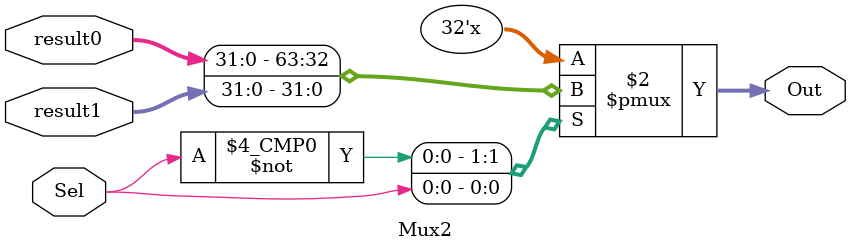
<source format=sv>
module Mux2 #(parameter N = 32) (input logic[N-1:0] result0, result1,
											input logic Sel,
											output logic[N-1:0] Out);
	always_comb
		case(Sel)
			1'd0 : Out = result0;
			1'd1 : Out = result1;
			default : Out = 'z;
		endcase		
endmodule 
</source>
